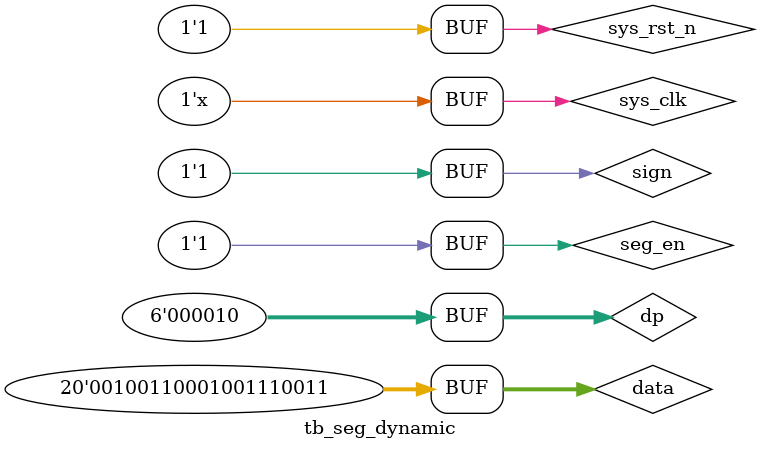
<source format=v>
`timescale 1ns/1ns
module tb_seg_dynamic();

reg         sys_clk;
reg         sys_rst_n;
reg[19:0]   data;
reg[5:0]    dp;
reg         sign;
reg         seg_en;

wire[5:0]   sel;
wire[7:0]   seg;

initial begin
  sys_clk = 1'b1;
  sys_rst_n <= 1'b0;
  data <= 20'd0;
  dp <= 6'b0;
  sign <= 1'b0;
  seg_en <= 1'b0;
  #30
  sys_rst_n <= 1'b1;
  data <= 20'd156275;
  dp <= 6'b000_010;
  sign <= 1'b1;
  seg_en <= 1'b1;
  end

always #10 sys_clk = ~sys_clk;

defparam seg_dynamic_inst.cnt_1ms_MAX = 16'd5;

seg_dynamic seg_dynamic_inst
(
  .sys_clk    (sys_clk),
  .sys_rst_n  (sys_rst_n),
  .data       (data),
  .dp         (dp),
  .sign       (sign),
  .seg_en     (seg_en),
  
  .sel        (sel),
  .seg        (seg)
);

endmodule
</source>
